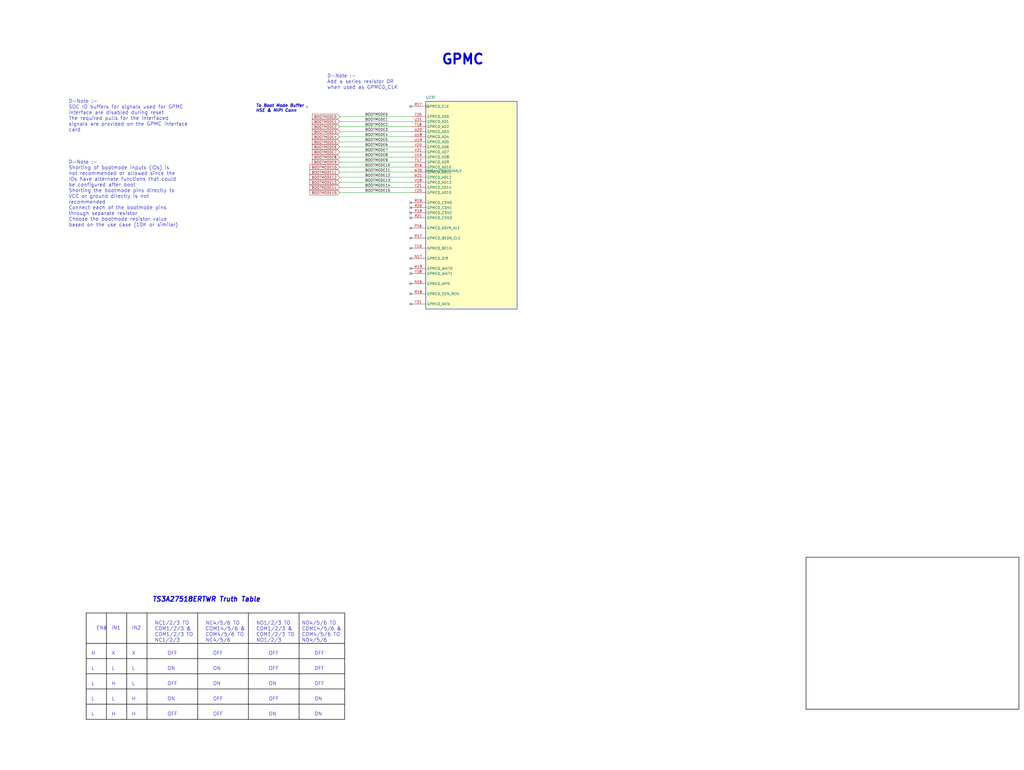
<source format=kicad_sch>
(kicad_sch (version 20231120) (generator "eeschema") (generator_version "8.0")
  (paper "User" 513.08 386.08)
  (lib_symbols
    (symbol "28-altium-import:root_0_XAM6442BSFGGAALV_BGA441"
      (property "Reference" "U23" (at 0 1.27 0))
      (property "Value" "AM6442BSFGHAALV" (at 0 -35.56 0))
      (symbol "root_0_XAM6442BSFGGAALV_BGA441_1_0"
        (rectangle (start 58.42 0) (end 0 -71.12) (stroke (width 0.254) (color 0 11 255 1)) (fill (type background)))
        (pin passive line (at -7.62 -20.32 0) (length 7.62) (name "SPI0_D0") (number "A13"))
        (pin passive line (at -7.62 -22.86 0) (length 7.62) (name "SPI0_D1") (number "A14"))
        (pin passive line (at -7.62 -38.1 0) (length 7.62) (name "SPI1_D1") (number "A15"))
        (pin passive line (at 66.04 -22.86 180) (length 7.62) (name "UART0_RTSN") (number "A16"))
        (pin passive line (at 66.04 -5.08 180) (length 7.62) (name "MCAN0_TX") (number "A17"))
        (pin passive clock (at -7.62 -2.54 0) (length 7.62) (name "I2C0_SCL") (number "A18"))
        (pin passive line (at 66.04 -58.42 180) (length 7.62) (name "EXT_REFCLK1") (number "A19"))
        (pin passive line (at -7.62 -40.64 0) (length 7.62) (name "SPI1_CS0") (number "B14"))
        (pin passive line (at -7.62 -35.56 0) (length 7.62) (name "SPI1_D0") (number "B15"))
        (pin passive line (at 66.04 -17.78 180) (length 7.62) (name "UART0_CTSN") (number "B16"))
        (pin passive line (at 66.04 -2.54 180) (length 7.62) (name "MCAN0_RX") (number "B17"))
        (pin passive line (at -7.62 -5.08 0) (length 7.62) (name "I2C0_SDA") (number "B18"))
        (pin passive line (at -7.62 -12.7 0) (length 7.62) (name "I2C1_SDA") (number "B19"))
        (pin passive line (at -7.62 -27.94 0) (length 7.62) (name "SPI0_CS1") (number "C13"))
        (pin passive clock (at -7.62 -33.02 0) (length 7.62) (name "SPI1_CLK") (number "C14"))
        (pin passive line (at 66.04 -30.48 180) (length 7.62) (name "UART0_TXD") (number "C16"))
        (pin passive line (at 66.04 -12.7 180) (length 7.62) (name "MCAN1_TX") (number "C17"))
        (pin passive clock (at -7.62 -10.16 0) (length 7.62) (name "I2C1_SCL") (number "C18"))
        (pin passive line (at -7.62 -25.4 0) (length 7.62) (name "SPI0_CS0") (number "D12"))
        (pin passive clock (at -7.62 -17.78 0) (length 7.62) (name "SPI0_CLK") (number "D13"))
        (pin passive line (at -7.62 -43.18 0) (length 7.62) (name "SPI1_CS1") (number "D14"))
        (pin passive line (at 66.04 -27.94 180) (length 7.62) (name "UART0_RXD") (number "D15"))
        (pin passive line (at 66.04 -35.56 180) (length 7.62) (name "UART1_CTSN") (number "D16"))
        (pin passive line (at 66.04 -10.16 180) (length 7.62) (name "MCAN1_RX") (number "D17"))
        (pin passive line (at 66.04 -53.34 180) (length 7.62) (name "ECAP0_IN_APWM_OUT") (number "D18"))
        (pin passive line (at -7.62 -50.8 0) (length 7.62) (name "RSVD1") (number "D21"))
        (pin passive line (at 66.04 -48.26 180) (length 7.62) (name "UART1_TXD") (number "E14"))
        (pin passive line (at 66.04 -45.72 180) (length 7.62) (name "UART1_RXD") (number "E15"))
        (pin passive line (at 66.04 -40.64 180) (length 7.62) (name "UART1_RTSN") (number "E16"))
        (pin passive line (at -7.62 -68.58 0) (length 7.62) (name "RSVD8") (number "F12"))
        (pin passive line (at -7.62 -55.88 0) (length 7.62) (name "RSVD3") (number "F17"))
        (pin passive line (at -7.62 -53.34 0) (length 7.62) (name "RSVD2") (number "G13"))
        (pin passive line (at -7.62 -48.26 0) (length 7.62) (name "RSVD0") (number "H16"))
        (pin passive line (at -7.62 -66.04 0) (length 7.62) (name "RSVD7") (number "K1"))
        (pin passive line (at -7.62 -63.5 0) (length 7.62) (name "RSVD6") (number "K2"))
        (pin passive line (at -7.62 -60.96 0) (length 7.62) (name "RSVD5") (number "V16"))
        (pin passive line (at -7.62 -58.42 0) (length 7.62) (name "RSVD4") (number "W15"))
      )
      (symbol "root_0_XAM6442BSFGGAALV_BGA441_2_0"
        (rectangle (start 20.32 0) (end 0 -22.86) (stroke (width 0.254) (color 0 11 255 1)) (fill (type background)))
        (pin output line (at -7.62 -15.24 0) (length 7.62) (name "TDO") (number "A12"))
        (pin input clock (at -7.62 -10.16 0) (length 7.62) (name "TCK") (number "B11"))
        (pin input line (at -7.62 -12.7 0) (length 7.62) (name "TDI") (number "C11"))
        (pin passive line (at -7.62 -17.78 0) (length 7.62) (name "TMS") (number "C12"))
        (pin passive line (at -7.62 -2.54 0) (length 7.62) (name "EMU0") (number "D10"))
        (pin passive line (at -7.62 -20.32 0) (length 7.62) (name "TRSTN") (number "D11"))
        (pin passive line (at -7.62 -5.08 0) (length 7.62) (name "EMU1") (number "E10"))
      )
      (symbol "root_0_XAM6442BSFGGAALV_BGA441_3_0"
        (rectangle (start 40.64 0) (end 0 -40.64) (stroke (width 0.254) (color 0 11 255 1)) (fill (type background)))
        (pin passive line (at -7.62 -7.62 0) (length 7.62) (name "MCU_SAFETY_ERRORN") (number "A20"))
        (pin passive line (at -7.62 -22.86 0) (length 7.62) (name "MCU_RESETZ") (number "B12"))
        (pin passive line (at -7.62 -27.94 0) (length 7.62) (name "MCU_RESETSTATZ") (number "B13"))
        (pin passive line (at -7.62 -12.7 0) (length 7.62) (name "MCU_PORZ") (number "B21"))
        (pin passive line (at -7.62 -2.54 0) (length 7.62) (name "EXTINTN") (number "C19"))
        (pin passive line (at -7.62 -17.78 0) (length 7.62) (name "PORZ_OUT") (number "E17"))
        (pin passive line (at -7.62 -33.02 0) (length 7.62) (name "RESET_REQZ") (number "E18"))
        (pin passive line (at -7.62 -38.1 0) (length 7.62) (name "RESETSTATZ") (number "F16"))
      )
      (symbol "root_0_XAM6442BSFGGAALV_BGA441_4_0"
        (rectangle (start 27.94 0) (end 0 -27.94) (stroke (width 0.254) (color 0 11 255 1)) (fill (type background)))
        (pin passive line (at -7.62 -2.54 0) (length 7.62) (name "USB0_DP") (number "AA19"))
        (pin passive line (at -7.62 -5.08 0) (length 7.62) (name "USB0_DM") (number "AA20"))
        (pin passive line (at -7.62 -25.4 0) (length 7.62) (name "USB0_DRVVBUS") (number "E19"))
        (pin passive line (at -7.62 -20.32 0) (length 7.62) (name "USB0_VBUS") (number "T14"))
        (pin passive line (at -7.62 -10.16 0) (length 7.62) (name "USB0_ID") (number "U16"))
        (pin passive line (at -7.62 -15.24 0) (length 7.62) (name "USB0_RCALIB") (number "U17"))
      )
      (symbol "root_0_XAM6442BSFGGAALV_BGA441_5_0"
        (rectangle (start 25.4 0) (end 0 -22.86) (stroke (width 0.254) (color 0 11 255 1)) (fill (type background)))
        (pin passive line (at -7.62 -10.16 0) (length 7.62) (name "ADC0_AIN3") (number "D20"))
        (pin passive line (at -7.62 -20.32 0) (length 7.62) (name "ADC0_AIN7") (number "E20"))
        (pin passive line (at -7.62 -7.62 0) (length 7.62) (name "ADC0_AIN2") (number "E21"))
        (pin passive line (at -7.62 -17.78 0) (length 7.62) (name "ADC0_AIN6") (number "F19"))
        (pin passive line (at -7.62 -5.08 0) (length 7.62) (name "ADC0_AIN1") (number "F20"))
        (pin passive line (at -7.62 -15.24 0) (length 7.62) (name "ADC0_AIN5") (number "F21"))
        (pin passive line (at -7.62 -2.54 0) (length 7.62) (name "ADC0_AIN0") (number "G20"))
        (pin passive line (at -7.62 -12.7 0) (length 7.62) (name "ADC0_AIN4") (number "G21"))
      )
      (symbol "root_0_XAM6442BSFGGAALV_BGA441_6_0"
        (rectangle (start 45.72 0) (end 0 -104.14) (stroke (width 0.254) (color 0 11 255 1)) (fill (type background)))
        (pin passive line (at -7.62 -91.44 0) (length 7.62) (name "GPMC0_WPN") (number "N16"))
        (pin passive line (at -7.62 -78.74 0) (length 7.62) (name "GPMC0_DIR") (number "N17"))
        (pin passive line (at -7.62 -63.5 0) (length 7.62) (name "GPMC0_ADVN_ALE") (number "P16"))
        (pin passive line (at -7.62 -68.58 0) (length 7.62) (name "GPMC0_BE0N_CLE") (number "P17"))
        (pin passive line (at -7.62 -55.88 0) (length 7.62) (name "GPMC0_CSN2") (number "P19"))
        (pin passive line (at -7.62 -33.02 0) (length 7.62) (name "GPMC0_AD10") (number "R16"))
        (pin passive clock (at -7.62 -2.54 0) (length 7.62) (name "GPMC0_CLK") (number "R17"))
        (pin passive line (at -7.62 -96.52 0) (length 7.62) (name "GPMC0_OEN_REN") (number "R18"))
        (pin passive line (at -7.62 -50.8 0) (length 7.62) (name "GPMC0_CSN0") (number "R19"))
        (pin passive line (at -7.62 -53.34 0) (length 7.62) (name "GPMC0_CSN1") (number "R20"))
        (pin passive line (at -7.62 -58.42 0) (length 7.62) (name "GPMC0_CSN3") (number "R21"))
        (pin passive line (at -7.62 -30.48 0) (length 7.62) (name "GPMC0_AD9") (number "T17"))
        (pin passive line (at -7.62 -12.7 0) (length 7.62) (name "GPMC0_AD2") (number "T18"))
        (pin passive line (at -7.62 -73.66 0) (length 7.62) (name "GPMC0_BE1N") (number "T19"))
        (pin passive line (at -7.62 -7.62 0) (length 7.62) (name "GPMC0_AD0") (number "T20"))
        (pin passive line (at -7.62 -101.6 0) (length 7.62) (name "GPMC0_WEN") (number "T21"))
        (pin passive line (at -7.62 -17.78 0) (length 7.62) (name "GPMC0_AD4") (number "U18"))
        (pin passive line (at -7.62 -20.32 0) (length 7.62) (name "GPMC0_AD5") (number "U19"))
        (pin passive line (at -7.62 -15.24 0) (length 7.62) (name "GPMC0_AD3") (number "U20"))
        (pin passive line (at -7.62 -10.16 0) (length 7.62) (name "GPMC0_AD1") (number "U21"))
        (pin passive line (at -7.62 -40.64 0) (length 7.62) (name "GPMC0_AD13") (number "V18"))
        (pin passive line (at -7.62 -27.94 0) (length 7.62) (name "GPMC0_AD8") (number "V19"))
        (pin passive line (at -7.62 -22.86 0) (length 7.62) (name "GPMC0_AD6") (number "V20"))
        (pin passive line (at -7.62 -25.4 0) (length 7.62) (name "GPMC0_AD7") (number "V21"))
        (pin passive line (at -7.62 -83.82 0) (length 7.62) (name "GPMC0_WAIT0") (number "W19"))
        (pin passive line (at -7.62 -35.56 0) (length 7.62) (name "GPMC0_AD11") (number "W20"))
        (pin passive line (at -7.62 -38.1 0) (length 7.62) (name "GPMC0_AD12") (number "W21"))
        (pin passive line (at -7.62 -86.36 0) (length 7.62) (name "GPMC0_WAIT1") (number "Y18"))
        (pin passive line (at -7.62 -45.72 0) (length 7.62) (name "GPMC0_AD15") (number "Y20"))
        (pin passive line (at -7.62 -43.18 0) (length 7.62) (name "GPMC0_AD14") (number "Y21"))
      )
      (symbol "root_0_XAM6442BSFGGAALV_BGA441_7_0"
        (rectangle (start 53.34 0) (end 0 -132.08) (stroke (width 0.254) (color 0 11 255 1)) (fill (type background)))
        (pin passive line (at 60.96 -12.7 180) (length 7.62) (name "DDR0_DQ1") (number "A2"))
        (pin passive line (at 60.96 -10.16 180) (length 7.62) (name "DDR0_DQ0") (number "A3"))
        (pin passive line (at 60.96 -17.78 180) (length 7.62) (name "DDR0_DQ3") (number "A4"))
        (pin passive line (at 60.96 -55.88 180) (length 7.62) (name "DDR0_DQS0_N") (number "B1"))
        (pin passive line (at 60.96 -2.54 180) (length 7.62) (name "DDR0_DM0") (number "B2"))
        (pin passive line (at 60.96 -20.32 180) (length 7.62) (name "DDR0_DQ4") (number "B3"))
        (pin passive line (at 60.96 -27.94 180) (length 7.62) (name "DDR0_DQ7") (number "B4"))
        (pin passive line (at 60.96 -15.24 180) (length 7.62) (name "DDR0_DQ2") (number "B5"))
        (pin passive line (at 60.96 -53.34 180) (length 7.62) (name "DDR0_DQS0") (number "C1"))
        (pin passive line (at 60.96 -25.4 180) (length 7.62) (name "DDR0_DQ6") (number "C2"))
        (pin passive line (at 60.96 -22.86 180) (length 7.62) (name "DDR0_DQ5") (number "C4"))
        (pin passive line (at -7.62 -5.08 0) (length 7.62) (name "DDR0_A1") (number "C5"))
        (pin passive line (at -7.62 -2.54 0) (length 7.62) (name "DDR0_A0") (number "D2"))
        (pin passive line (at -7.62 -12.7 0) (length 7.62) (name "DDR0_A4") (number "D3"))
        (pin passive line (at -7.62 -10.16 0) (length 7.62) (name "DDR0_A3") (number "D4"))
        (pin passive line (at -7.62 -124.46 0) (length 7.62) (name "DDR0_RESET0_N") (number "D5"))
        (pin passive line (at -7.62 -66.04 0) (length 7.62) (name "DDR0_CK0_N") (number "E1"))
        (pin passive line (at -7.62 -7.62 0) (length 7.62) (name "DDR0_A2") (number "E2"))
        (pin passive line (at -7.62 -78.74 0) (length 7.62) (name "DDR0_CS0_N") (number "E3"))
        (pin passive line (at -7.62 -81.28 0) (length 7.62) (name "DDR0_CS1_N") (number "E4"))
        (pin passive line (at -7.62 -86.36 0) (length 7.62) (name "DDR0_ODT0") (number "E5"))
        (pin passive line (at -7.62 -63.5 0) (length 7.62) (name "DDR0_CK0") (number "F1"))
        (pin passive line (at -7.62 -15.24 0) (length 7.62) (name "DDR0_A5") (number "F2"))
        (pin passive line (at -7.62 -73.66 0) (length 7.62) (name "DDR0_CKE1") (number "F3"))
        (pin passive line (at -7.62 -71.12 0) (length 7.62) (name "DDR0_CKE0") (number "F4"))
        (pin passive line (at -7.62 -88.9 0) (length 7.62) (name "DDR0_ODT1") (number "F5"))
        (pin passive line (at -7.62 -119.38 0) (length 7.62) (name "DDR0_RAS_N") (number "F6"))
        (pin passive line (at -7.62 -48.26 0) (length 7.62) (name "DDR0_BG0") (number "G2"))
        (pin passive line (at -7.62 -40.64 0) (length 7.62) (name "DDR0_BA0") (number "G4"))
        (pin passive line (at -7.62 -43.18 0) (length 7.62) (name "DDR0_BA1") (number "G5"))
        (pin passive line (at -7.62 -99.06 0) (length 7.62) (name "DDR0_ALERT_N") (number "H1"))
        (pin passive line (at -7.62 -93.98 0) (length 7.62) (name "DDR0_ACT_N") (number "H2"))
        (pin passive line (at -7.62 -50.8 0) (length 7.62) (name "DDR0_BG1") (number "H3"))
        (pin passive line (at -7.62 -129.54 0) (length 7.62) (name "DDR0_WE_N") (number "H4"))
        (pin passive line (at -7.62 -104.14 0) (length 7.62) (name "DDR0_CAL0") (number "H5"))
        (pin passive line (at -7.62 -30.48 0) (length 7.62) (name "DDR0_A11") (number "J1"))
        (pin passive line (at -7.62 -17.78 0) (length 7.62) (name "DDR0_A6") (number "J2"))
        (pin passive line (at -7.62 -22.86 0) (length 7.62) (name "DDR0_A8") (number "J3"))
        (pin passive line (at -7.62 -25.4 0) (length 7.62) (name "DDR0_A9") (number "J4"))
        (pin passive line (at -7.62 -109.22 0) (length 7.62) (name "DDR0_CAS_N") (number "J5"))
        (pin passive line (at -7.62 -27.94 0) (length 7.62) (name "DDR0_A10") (number "K3"))
        (pin passive line (at -7.62 -35.56 0) (length 7.62) (name "DDR0_A13") (number "K4"))
        (pin passive line (at -7.62 -114.3 0) (length 7.62) (name "DDR0_PAR") (number "K5"))
        (pin passive line (at 60.96 -35.56 180) (length 7.62) (name "DDR0_DQ10") (number "L2"))
        (pin passive line (at 60.96 -33.02 180) (length 7.62) (name "DDR0_DQ9") (number "L4"))
        (pin passive line (at -7.62 -20.32 0) (length 7.62) (name "DDR0_A7") (number "L5"))
        (pin passive line (at 60.96 -63.5 180) (length 7.62) (name "DDR0_DQS1_N") (number "M1"))
        (pin passive line (at 60.96 -5.08 180) (length 7.62) (name "DDR0_DM1") (number "M2"))
        (pin passive line (at 60.96 -38.1 180) (length 7.62) (name "DDR0_DQ11") (number "M3"))
        (pin passive line (at 60.96 -45.72 180) (length 7.62) (name "DDR0_DQ14") (number "M4"))
        (pin passive line (at -7.62 -33.02 0) (length 7.62) (name "DDR0_A12") (number "M5"))
        (pin passive line (at 60.96 -60.96 180) (length 7.62) (name "DDR0_DQS1") (number "N1"))
        (pin passive line (at 60.96 -48.26 180) (length 7.62) (name "DDR0_DQ15") (number "N2"))
        (pin passive line (at 60.96 -43.18 180) (length 7.62) (name "DDR0_DQ13") (number "N3"))
        (pin passive line (at 60.96 -40.64 180) (length 7.62) (name "DDR0_DQ12") (number "N4"))
        (pin passive line (at 60.96 -30.48 180) (length 7.62) (name "DDR0_DQ8") (number "N5"))
      )
      (symbol "root_0_XAM6442BSFGGAALV_BGA441_8_0"
        (rectangle (start 45.72 0) (end 0 -83.82) (stroke (width 0.254) (color 0 11 255 1)) (fill (type background)))
        (pin passive line (at -7.62 -5.08 0) (length 7.62) (name "MCU_I2C0_SDA") (number "A10"))
        (pin passive clock (at -7.62 -10.16 0) (length 7.62) (name "MCU_I2C1_SCL") (number "A11"))
        (pin passive line (at -7.62 -48.26 0) (length 7.62) (name "MCU_SPI1_CS0") (number "A7"))
        (pin passive line (at -7.62 -58.42 0) (length 7.62) (name "MCU_UART0_TXD") (number "A8"))
        (pin passive line (at -7.62 -55.88 0) (length 7.62) (name "MCU_UART0_RXD") (number "A9"))
        (pin passive line (at -7.62 -12.7 0) (length 7.62) (name "MCU_I2C1_SDA") (number "B10"))
        (pin passive line (at -7.62 -20.32 0) (length 7.62) (name "MCU_OSC0_XO") (number "B20"))
        (pin passive line (at -7.62 -30.48 0) (length 7.62) (name "MCU_SPI0_D1") (number "B6"))
        (pin passive line (at -7.62 -50.8 0) (length 7.62) (name "MCU_SPI1_CS1") (number "B7"))
        (pin passive line (at -7.62 -78.74 0) (length 7.62) (name "MCU_UART1_CTSN") (number "B8"))
        (pin passive line (at -7.62 -81.28 0) (length 7.62) (name "MCU_UART1_RTSN") (number "B9"))
        (pin passive line (at -7.62 -17.78 0) (length 7.62) (name "MCU_OSC0_XI") (number "C21"))
        (pin passive line (at -7.62 -35.56 0) (length 7.62) (name "MCU_SPI0_CS1") (number "C6"))
        (pin passive line (at -7.62 -43.18 0) (length 7.62) (name "MCU_SPI1_D0") (number "C7"))
        (pin passive line (at -7.62 -45.72 0) (length 7.62) (name "MCU_SPI1_D1") (number "C8"))
        (pin passive line (at -7.62 -63.5 0) (length 7.62) (name "MCU_UART1_RXD") (number "C9"))
        (pin passive line (at -7.62 -33.02 0) (length 7.62) (name "MCU_SPI0_CS0") (number "D6"))
        (pin passive clock (at -7.62 -40.64 0) (length 7.62) (name "MCU_SPI1_CLK") (number "D7"))
        (pin passive line (at -7.62 -71.12 0) (length 7.62) (name "MCU_UART0_CTSN") (number "D8"))
        (pin passive line (at -7.62 -66.04 0) (length 7.62) (name "MCU_UART1_TXD") (number "D9"))
        (pin passive clock (at -7.62 -25.4 0) (length 7.62) (name "MCU_SPI0_CLK") (number "E6"))
        (pin passive line (at -7.62 -27.94 0) (length 7.62) (name "MCU_SPI0_D0") (number "E7"))
        (pin passive line (at -7.62 -73.66 0) (length 7.62) (name "MCU_UART0_RTSN") (number "E8"))
        (pin passive clock (at -7.62 -2.54 0) (length 7.62) (name "MCU_I2C0_SCL") (number "E9"))
      )
      (symbol "root_0_XAM6442BSFGGAALV_BGA441_9_0"
        (rectangle (start 35.56 0) (end 0 -76.2) (stroke (width 0.254) (color 0 11 255 1)) (fill (type background)))
        (pin passive line (at -7.62 -73.66 0) (length 7.62) (name "MMC1_SDWP") (number "C20"))
        (pin passive line (at -7.62 -68.58 0) (length 7.62) (name "MMC1_SDCD") (number "D19"))
        (pin passive line (at -7.62 -40.64 0) (length 7.62) (name "MMC0_CALPAD") (number "F18"))
        (pin passive line (at -7.62 -25.4 0) (length 7.62) (name "MMC0_DAT7") (number "G17"))
        (pin passive clock (at -7.62 -2.54 0) (length 7.62) (name "MMC0_CLK") (number "G18"))
        (pin passive line (at -7.62 -35.56 0) (length 7.62) (name "MMC0_DS") (number "G19"))
        (pin passive line (at -7.62 -17.78 0) (length 7.62) (name "MMC0_DAT4") (number "H17"))
        (pin passive line (at -7.62 -22.86 0) (length 7.62) (name "MMC0_DAT6") (number "H18"))
        (pin passive line (at -7.62 -20.32 0) (length 7.62) (name "MMC0_DAT5") (number "H19"))
        (pin passive line (at -7.62 -15.24 0) (length 7.62) (name "MMC0_DAT3") (number "J17"))
        (pin passive line (at -7.62 -12.7 0) (length 7.62) (name "MMC0_DAT2") (number "J18"))
        (pin passive line (at -7.62 -63.5 0) (length 7.62) (name "MMC1_CMD") (number "J19"))
        (pin passive line (at -7.62 -10.16 0) (length 7.62) (name "MMC0_DAT1") (number "J20"))
        (pin passive line (at -7.62 -30.48 0) (length 7.62) (name "MMC0_CMD") (number "J21"))
        (pin passive line (at -7.62 -58.42 0) (length 7.62) (name "MMC1_DAT3") (number "K18"))
        (pin passive line (at -7.62 -55.88 0) (length 7.62) (name "MMC1_DAT2") (number "K19"))
        (pin passive line (at -7.62 -7.62 0) (length 7.62) (name "MMC0_DAT0") (number "K20"))
        (pin passive line (at -7.62 -50.8 0) (length 7.62) (name "MMC1_DAT0") (number "K21"))
        (pin passive clock (at -7.62 -45.72 0) (length 7.62) (name "MMC1_CLK") (number "L20"))
        (pin passive line (at -7.62 -53.34 0) (length 7.62) (name "MMC1_DAT1") (number "L21"))
      )
      (symbol "root_0_XAM6442BSFGGAALV_BGA441_10_0"
        (rectangle (start 35.56 0) (end 0 -50.8) (stroke (width 0.254) (color 0 11 255 1)) (fill (type background)))
        (pin passive line (at -7.62 -40.64 0) (length 7.62) (name "OSPI0_CSN2") (number "K17"))
        (pin passive line (at -7.62 -43.18 0) (length 7.62) (name "OSPI0_CSN3") (number "L17"))
        (pin passive line (at -7.62 -38.1 0) (length 7.62) (name "OSPI0_CSN1") (number "L18"))
        (pin passive line (at -7.62 -35.56 0) (length 7.62) (name "OSPI0_CSN0") (number "L19"))
        (pin passive line (at -7.62 -25.4 0) (length 7.62) (name "OSPI0_D7") (number "M17"))
        (pin passive line (at -7.62 -10.16 0) (length 7.62) (name "OSPI0_D1") (number "M18"))
        (pin passive line (at -7.62 -7.62 0) (length 7.62) (name "OSPI0_D0") (number "M19"))
        (pin passive line (at -7.62 -12.7 0) (length 7.62) (name "OSPI0_D2") (number "M20"))
        (pin passive line (at -7.62 -15.24 0) (length 7.62) (name "OSPI0_D3") (number "M21"))
        (pin passive line (at -7.62 -22.86 0) (length 7.62) (name "OSPI0_D6") (number "N18"))
        (pin passive line (at -7.62 -30.48 0) (length 7.62) (name "OSPI0_DQS") (number "N19"))
        (pin passive line (at -7.62 -2.54 0) (length 7.62) (name "OSPI0_CLK") (number "N20"))
        (pin passive line (at -7.62 -48.26 0) (length 7.62) (name "OSPI0_LBCLKO") (number "N21"))
        (pin passive line (at -7.62 -20.32 0) (length 7.62) (name "OSPI0_D5") (number "P20"))
        (pin passive line (at -7.62 -17.78 0) (length 7.62) (name "OSPI0_D4") (number "P21"))
      )
      (symbol "root_0_XAM6442BSFGGAALV_BGA441_11_0"
        (rectangle (start 55.88 0) (end 0 -119.38) (stroke (width 0.254) (color 0 11 255 1)) (fill (type background)))
        (pin passive line (at -7.62 -22.86 0) (length 7.62) (name "PRG0_PRU0_GPO4") (number "AA2"))
        (pin passive line (at -7.62 -43.18 0) (length 7.62) (name "PRG0_PRU0_GPO12") (number "AA3"))
        (pin passive line (at -7.62 -106.68 0) (length 7.62) (name "PRG0_PRU1_GPO16") (number "AA4"))
        (pin passive line (at -7.62 -38.1 0) (length 7.62) (name "PRG0_PRU0_GPO10") (number "AA5"))
        (pin passive line (at -7.62 -7.62 0) (length 7.62) (name "PRG0_MDIO0_MDIO") (number "P2"))
        (pin passive line (at -7.62 -2.54 0) (length 7.62) (name "PRG0_MDIO0_MDC") (number "P3"))
        (pin passive line (at -7.62 -78.74 0) (length 7.62) (name "PRG0_PRU1_GPO5") (number "P4"))
        (pin passive line (at -7.62 -111.76 0) (length 7.62) (name "PRG0_PRU1_GPO18") (number "P5"))
        (pin passive line (at -7.62 -86.36 0) (length 7.62) (name "PRG0_PRU1_GPO8") (number "R1"))
        (pin passive line (at -7.62 -114.3 0) (length 7.62) (name "PRG0_PRU1_GPO19") (number "R2"))
        (pin passive line (at -7.62 -25.4 0) (length 7.62) (name "PRG0_PRU0_GPO5") (number "R3"))
        (pin passive line (at -7.62 -15.24 0) (length 7.62) (name "PRG0_PRU0_GPO1") (number "R4"))
        (pin passive line (at -7.62 -81.28 0) (length 7.62) (name "PRG0_PRU1_GPO6") (number "R5"))
        (pin passive line (at -7.62 -45.72 0) (length 7.62) (name "PRG0_PRU0_GPO13") (number "R6"))
        (pin passive line (at -7.62 -30.48 0) (length 7.62) (name "PRG0_PRU0_GPO7") (number "T1"))
        (pin passive line (at -7.62 -33.02 0) (length 7.62) (name "PRG0_PRU0_GPO8") (number "T2"))
        (pin passive line (at -7.62 -27.94 0) (length 7.62) (name "PRG0_PRU0_GPO6") (number "T3"))
        (pin passive line (at -7.62 -73.66 0) (length 7.62) (name "PRG0_PRU1_GPO3") (number "T4"))
        (pin passive line (at -7.62 -50.8 0) (length 7.62) (name "PRG0_PRU0_GPO15") (number "T5"))
        (pin passive line (at -7.62 -99.06 0) (length 7.62) (name "PRG0_PRU1_GPO13") (number "T6"))
        (pin passive line (at -7.62 -55.88 0) (length 7.62) (name "PRG0_PRU0_GPO17") (number "U1"))
        (pin passive line (at -7.62 -17.78 0) (length 7.62) (name "PRG0_PRU0_GPO2") (number "U2"))
        (pin passive line (at -7.62 -53.34 0) (length 7.62) (name "PRG0_PRU0_GPO16") (number "U4"))
        (pin passive line (at -7.62 -104.14 0) (length 7.62) (name "PRG0_PRU1_GPO15") (number "U5"))
        (pin passive line (at -7.62 -101.6 0) (length 7.62) (name "PRG0_PRU1_GPO14") (number "U6"))
        (pin passive line (at -7.62 -58.42 0) (length 7.62) (name "PRG0_PRU0_GPO18") (number "V1"))
        (pin passive line (at -7.62 -20.32 0) (length 7.62) (name "PRG0_PRU0_GPO3") (number "V2"))
        (pin passive line (at -7.62 -71.12 0) (length 7.62) (name "PRG0_PRU1_GPO2") (number "V3"))
        (pin passive line (at -7.62 -48.26 0) (length 7.62) (name "PRG0_PRU0_GPO14") (number "V4"))
        (pin passive line (at -7.62 -109.22 0) (length 7.62) (name "PRG0_PRU1_GPO17") (number "V5"))
        (pin passive line (at -7.62 -91.44 0) (length 7.62) (name "PRG0_PRU1_GPO10") (number "V6"))
        (pin passive line (at -7.62 -60.96 0) (length 7.62) (name "PRG0_PRU0_GPO19") (number "W1"))
        (pin passive line (at -7.62 -68.58 0) (length 7.62) (name "PRG0_PRU1_GPO1") (number "W2"))
        (pin passive line (at -7.62 -76.2 0) (length 7.62) (name "PRG0_PRU1_GPO4") (number "W3"))
        (pin passive line (at -7.62 -93.98 0) (length 7.62) (name "PRG0_PRU1_GPO11") (number "W4"))
        (pin passive line (at -7.62 -83.82 0) (length 7.62) (name "PRG0_PRU1_GPO7") (number "W5"))
        (pin passive line (at -7.62 -35.56 0) (length 7.62) (name "PRG0_PRU0_GPO9") (number "W6"))
        (pin passive line (at -7.62 -12.7 0) (length 7.62) (name "PRG0_PRU0_GPO0") (number "Y1"))
        (pin passive line (at -7.62 -66.04 0) (length 7.62) (name "PRG0_PRU1_GPO0") (number "Y2"))
        (pin passive line (at -7.62 -40.64 0) (length 7.62) (name "PRG0_PRU0_GPO11") (number "Y3"))
        (pin passive line (at -7.62 -96.52 0) (length 7.62) (name "PRG0_PRU1_GPO12") (number "Y4"))
        (pin passive line (at -7.62 -88.9 0) (length 7.62) (name "PRG0_PRU1_GPO9") (number "Y5"))
      )
      (symbol "root_0_XAM6442BSFGGAALV_BGA441_12_0"
        (rectangle (start 58.42 0) (end 0 -121.92) (stroke (width 0.254) (color 0 11 255 1)) (fill (type background)))
        (pin passive line (at -7.62 -96.52 0) (length 7.62) (name "PRG1_PRU1_GPO11") (number "AA10"))
        (pin passive line (at -7.62 -104.14 0) (length 7.62) (name "PRG1_PRU1_GPO14") (number "AA11"))
        (pin passive line (at -7.62 -73.66 0) (length 7.62) (name "PRG1_PRU1_GPO2") (number "AA12"))
        (pin passive line (at -7.62 -81.28 0) (length 7.62) (name "PRG1_PRU1_GPO5") (number "AA13"))
        (pin passive line (at -7.62 -111.76 0) (length 7.62) (name "PRG1_PRU1_GPO17") (number "AA14"))
        (pin passive line (at -7.62 -10.16 0) (length 7.62) (name "PRG1_MDIO0_MDIO") (number "AA6"))
        (pin passive line (at -7.62 -30.48 0) (length 7.62) (name "PRG1_PRU0_GPO6") (number "AA7"))
        (pin passive line (at -7.62 -43.18 0) (length 7.62) (name "PRG1_PRU0_GPO11") (number "AA8"))
        (pin passive line (at -7.62 -50.8 0) (length 7.62) (name "PRG1_PRU0_GPO14") (number "AA9"))
        (pin passive line (at -7.62 -101.6 0) (length 7.62) (name "PRG1_PRU1_GPO13") (number "U10"))
        (pin passive line (at -7.62 -83.82 0) (length 7.62) (name "PRG1_PRU1_GPO6") (number "U11"))
        (pin passive line (at -7.62 -88.9 0) (length 7.62) (name "PRG1_PRU1_GPO8") (number "U12"))
        (pin passive line (at -7.62 -33.02 0) (length 7.62) (name "PRG1_PRU0_GPO7") (number "U13"))
        (pin passive line (at -7.62 -40.64 0) (length 7.62) (name "PRG1_PRU0_GPO10") (number "U14"))
        (pin passive line (at -7.62 -38.1 0) (length 7.62) (name "PRG1_PRU0_GPO9") (number "U15"))
        (pin passive line (at -7.62 -58.42 0) (length 7.62) (name "PRG1_PRU0_GPO17") (number "U7"))
        (pin passive line (at -7.62 -17.78 0) (length 7.62) (name "PRG1_PRU0_GPO1") (number "U8"))
        (pin passive line (at -7.62 -45.72 0) (length 7.62) (name "PRG1_PRU0_GPO12") (number "U9"))
        (pin passive line (at -7.62 -99.06 0) (length 7.62) (name "PRG1_PRU1_GPO12") (number "V10"))
        (pin passive line (at -7.62 -71.12 0) (length 7.62) (name "PRG1_PRU1_GPO1") (number "V11"))
        (pin passive line (at -7.62 -116.84 0) (length 7.62) (name "PRG1_PRU1_GPO19") (number "V12"))
        (pin passive line (at -7.62 -27.94 0) (length 7.62) (name "PRG1_PRU0_GPO5") (number "V13"))
        (pin passive line (at -7.62 -91.44 0) (length 7.62) (name "PRG1_PRU1_GPO9") (number "V14"))
        (pin passive line (at -7.62 -86.36 0) (length 7.62) (name "PRG1_PRU1_GPO7") (number "V15"))
        (pin passive line (at -7.62 -60.96 0) (length 7.62) (name "PRG1_PRU0_GPO18") (number "V7"))
        (pin passive line (at -7.62 -22.86 0) (length 7.62) (name "PRG1_PRU0_GPO3") (number "V8"))
        (pin passive line (at -7.62 -55.88 0) (length 7.62) (name "PRG1_PRU0_GPO16") (number "V9"))
        (pin passive line (at -7.62 -68.58 0) (length 7.62) (name "PRG1_PRU1_GPO0") (number "W11"))
        (pin passive line (at -7.62 -78.74 0) (length 7.62) (name "PRG1_PRU1_GPO4") (number "W12"))
        (pin passive line (at -7.62 -35.56 0) (length 7.62) (name "PRG1_PRU0_GPO8") (number "W13"))
        (pin passive line (at -7.62 -93.98 0) (length 7.62) (name "PRG1_PRU1_GPO10") (number "W14"))
        (pin passive line (at -7.62 -63.5 0) (length 7.62) (name "PRG1_PRU0_GPO19") (number "W7"))
        (pin passive line (at -7.62 -20.32 0) (length 7.62) (name "PRG1_PRU0_GPO2") (number "W8"))
        (pin passive line (at -7.62 -48.26 0) (length 7.62) (name "PRG1_PRU0_GPO13") (number "W9"))
        (pin passive line (at -7.62 -109.22 0) (length 7.62) (name "PRG1_PRU1_GPO16") (number "Y10"))
        (pin passive line (at -7.62 -106.68 0) (length 7.62) (name "PRG1_PRU1_GPO15") (number "Y11"))
        (pin passive line (at -7.62 -76.2 0) (length 7.62) (name "PRG1_PRU1_GPO3") (number "Y12"))
        (pin passive line (at -7.62 -114.3 0) (length 7.62) (name "PRG1_PRU1_GPO18") (number "Y13"))
        (pin passive line (at -7.62 -2.54 0) (length 7.62) (name "PRG1_MDIO0_MDC") (number "Y6"))
        (pin passive line (at -7.62 -15.24 0) (length 7.62) (name "PRG1_PRU0_GPO0") (number "Y7"))
        (pin passive line (at -7.62 -25.4 0) (length 7.62) (name "PRG1_PRU0_GPO4") (number "Y8"))
        (pin passive line (at -7.62 -53.34 0) (length 7.62) (name "PRG1_PRU0_GPO15") (number "Y9"))
      )
      (symbol "root_0_XAM6442BSFGGAALV_BGA441_13_0"
        (rectangle (start 38.1 0) (end 0 -27.94) (stroke (width 0.254) (color 0 11 255 1)) (fill (type background)))
        (pin passive line (at -7.62 -20.32 0) (length 7.62) (name "SERDES0_TX0_N") (number "AA16"))
        (pin passive line (at -7.62 -17.78 0) (length 7.62) (name "SERDES0_TX0_P") (number "AA17"))
        (pin passive line (at -7.62 -25.4 0) (length 7.62) (name "SERDES0_REXT") (number "T13"))
        (pin passive line (at -7.62 -5.08 0) (length 7.62) (name "SERDES0_REFCLK0N") (number "W16"))
        (pin passive line (at -7.62 -2.54 0) (length 7.62) (name "SERDES0_REFCLK0P") (number "W17"))
        (pin passive line (at -7.62 -12.7 0) (length 7.62) (name "SERDES0_RX0_N") (number "Y15"))
        (pin passive line (at -7.62 -10.16 0) (length 7.62) (name "SERDES0_RX0_P") (number "Y16"))
      )
      (symbol "root_0_XAM6442BSFGGAALV_BGA441_14_0"
        (rectangle (start 45.72 0) (end 0 -30.48) (stroke (width 0.254) (color 0 11 255 1)) (fill (type background)))
        (pin power_out line (at -7.62 -2.54 0) (length 7.62) (name "CAP_VDDS_MCU") (number "H10"))
        (pin power_out line (at -7.62 -7.62 0) (length 7.62) (name "CAP_VDDS0") (number "H12"))
        (pin power_out line (at -7.62 -12.7 0) (length 7.62) (name "CAP_VDDSHV_MMC1") (number "K15"))
        (pin power_out line (at -7.62 -27.94 0) (length 7.62) (name "CAP_VDDS5") (number "L13"))
        (pin power_out line (at -7.62 -25.4 0) (length 7.62) (name "CAP_VDDS4") (number "M16"))
        (pin power_out line (at -7.62 -22.86 0) (length 7.62) (name "CAP_VDDS3") (number "N14"))
        (pin power_out line (at -7.62 -20.32 0) (length 7.62) (name "CAP_VDDS2") (number "R11"))
        (pin power_out line (at -7.62 -17.78 0) (length 7.62) (name "CAP_VDDS1") (number "T7"))
      )
      (symbol "root_0_XAM6442BSFGGAALV_BGA441_15_0"
        (rectangle (start 66.04 0) (end 0 -129.54) (stroke (width 0.254) (color 0 11 255 1)) (fill (type background)))
        (pin power_in line (at 73.66 -71.12 180) (length 7.62) (name "VMON_1P8_SOC") (number "E12"))
        (pin power_in line (at 73.66 -12.7 180) (length 7.62) (name "VDDSHV0") (number "F11"))
        (pin power_in line (at 73.66 -76.2 180) (length 7.62) (name "VMON_3P3_MCU") (number "F13"))
        (pin power_in line (at 73.66 -81.28 180) (length 7.62) (name "VMON_3P3_SOC") (number "F14"))
        (pin power_in line (at -7.62 -35.56 0) (length 7.62) (name "VDDS_DDR") (number "F7"))
        (pin power_in line (at 73.66 -2.54 180) (length 7.62) (name "VDDSHV_MCU") (number "F9"))
        (pin power_in line (at 73.66 -7.62 180) (length 7.62) (name "VDDSHV_MCU") (number "G10"))
        (pin power_in line (at -7.62 -55.88 0) (length 7.62) (name "VDDA_TEMP0") (number "G11"))
        (pin power_in line (at 73.66 -15.24 180) (length 7.62) (name "VDDSHV0") (number "G12"))
        (pin power_in line (at 73.66 -17.78 180) (length 7.62) (name "VDDSHV0") (number "G14"))
        (pin power_in line (at 73.66 -106.68 180) (length 7.62) (name "VPP") (number "G15"))
        (pin power_in line (at -7.62 -38.1 0) (length 7.62) (name "VDDS_DDR") (number "G6"))
        (pin power_in line (at 73.66 -5.08 180) (length 7.62) (name "VDDSHV_MCU") (number "G8"))
        (pin power_in line (at -7.62 -114.3 0) (length 7.62) (name "VDDS_OSC") (number "H13"))
        (pin power_in line (at 73.66 -111.76 180) (length 7.62) (name "VDD_DLL_MMC0") (number "H14"))
        (pin power_in line (at -7.62 -96.52 0) (length 7.62) (name "VDDA_3P3_SDIO") (number "H15"))
        (pin power_in line (at -7.62 -40.64 0) (length 7.62) (name "VDDS_DDR") (number "H7"))
        (pin power_in line (at 73.66 -124.46 180) (length 7.62) (name "VDDA_PLL1") (number "H9"))
        (pin power_in line (at -7.62 -2.54 0) (length 7.62) (name "VDD_CORE") (number "J10"))
        (pin power_in line (at 73.66 -127 180) (length 7.62) (name "VDDA_PLL2") (number "J11"))
        (pin power_in line (at -7.62 -5.08 0) (length 7.62) (name "VDD_CORE") (number "J12"))
        (pin power_in line (at 73.66 -96.52 180) (length 7.62) (name "VDDA_ADC") (number "J13"))
        (pin passive line (at -7.62 -106.68 0) (length 7.62) (name "ADC0_REFP") (number "J15"))
        (pin power_in line (at -7.62 -43.18 0) (length 7.62) (name "VDDS_DDR") (number "J6"))
        (pin power_in line (at 73.66 -91.44 180) (length 7.62) (name "VDDS_DDR_C") (number "J8"))
        (pin input line (at 73.66 -86.36 180) (length 7.62) (name "VMON_VSYS") (number "K10"))
        (pin power_in line (at -7.62 -10.16 0) (length 7.62) (name "VDD_CORE") (number "K11"))
        (pin power_in line (at 73.66 -101.6 180) (length 7.62) (name "VDDA_MCU") (number "K12"))
        (pin power_in line (at -7.62 -127 0) (length 7.62) (name "VDD_MMC0") (number "K13"))
        (pin power_in line (at -7.62 -109.22 0) (length 7.62) (name "VDDS_MMC0") (number "K14"))
        (pin power_in line (at 73.66 -66.04 180) (length 7.62) (name "VMON_1P8_MCU") (number "K16"))
        (pin power_in line (at -7.62 -45.72 0) (length 7.62) (name "VDDS_DDR") (number "K7"))
        (pin power_in line (at -7.62 -7.62 0) (length 7.62) (name "VDD_CORE") (number "K9"))
        (pin power_in line (at -7.62 -119.38 0) (length 7.62) (name "VDDR_CORE") (number "L10"))
        (pin power_in line (at -7.62 -60.96 0) (length 7.62) (name "VDDA_TEMP1") (number "L11"))
        (pin power_in line (at -7.62 -15.24 0) (length 7.62) (name "VDD_CORE") (number "L12"))
        (pin power_in line (at 73.66 -58.42 180) (length 7.62) (name "VDDSHV5") (number "L14"))
        (pin power_in line (at 73.66 -60.96 180) (length 7.62) (name "VDDSHV5") (number "L15"))
        (pin power_in line (at -7.62 -48.26 0) (length 7.62) (name "VDDS_DDR") (number "L6"))
        (pin power_in line (at -7.62 -12.7 0) (length 7.62) (name "VDD_CORE") (number "L8"))
        (pin power_in line (at -7.62 -20.32 0) (length 7.62) (name "VDD_CORE") (number "M11"))
        (pin power_in line (at -7.62 -121.92 0) (length 7.62) (name "VDDR_CORE") (number "M13"))
        (pin power_in line (at 73.66 -50.8 180) (length 7.62) (name "VDDSHV4") (number "M14"))
        (pin power_in line (at 73.66 -53.34 180) (length 7.62) (name "VDDSHV4") (number "M15"))
        (pin power_in line (at 73.66 -22.86 180) (length 7.62) (name "VDDSHV1") (number "M7"))
        (pin power_in line (at -7.62 -17.78 0) (length 7.62) (name "VDD_CORE") (number "M9"))
        (pin power_in line (at -7.62 -25.4 0) (length 7.62) (name "VDD_CORE") (number "N10"))
        (pin power_in line (at 73.66 -121.92 180) (length 7.62) (name "VDDA_PLL0") (number "N12"))
        (pin power_in line (at 73.66 -25.4 180) (length 7.62) (name "VDDSHV1") (number "N6"))
        (pin power_in line (at -7.62 -22.86 0) (length 7.62) (name "VDD_CORE") (number "N8"))
        (pin power_in line (at -7.62 -76.2 0) (length 7.62) (name "VDDA_0P85_SERDES0_C") (number "P11"))
        (pin power_in line (at -7.62 -68.58 0) (length 7.62) (name "VDDA_0P85_SERDES0") (number "P12"))
        (pin power_in line (at -7.62 -71.12 0) (length 7.62) (name "VDDA_0P85_SERDES0") (number "P13"))
        (pin power_in line (at 73.66 -43.18 180) (length 7.62) (name "VDDSHV3") (number "P14"))
        (pin power_in line (at 73.66 -45.72 180) (length 7.62) (name "VDDSHV3") (number "P15"))
        (pin power_in line (at 73.66 -27.94 180) (length 7.62) (name "VDDSHV1") (number "P7"))
        (pin power_in line (at -7.62 -27.94 0) (length 7.62) (name "VDD_CORE") (number "P9"))
        (pin power_in line (at 73.66 -35.56 180) (length 7.62) (name "VDDSHV2") (number "R10"))
        (pin power_in line (at -7.62 -101.6 0) (length 7.62) (name "VDDA_3P3_USB0") (number "R13"))
        (pin power_in line (at -7.62 -86.36 0) (length 7.62) (name "VDDA_1P8_SERDES0") (number "R14"))
        (pin power_in line (at -7.62 -91.44 0) (length 7.62) (name "VDDA_1P8_USB0") (number "R15"))
        (pin power_in line (at 73.66 -33.02 180) (length 7.62) (name "VDDSHV2") (number "R8"))
        (pin power_in line (at -7.62 -81.28 0) (length 7.62) (name "VDDA_0P85_USB0") (number "T12"))
        (pin power_in line (at 73.66 -38.1 180) (length 7.62) (name "VDDSHV2") (number "T9"))
      )
      (symbol "root_0_XAM6442BSFGGAALV_BGA441_16_0"
        (rectangle (start 35.56 0) (end 0 -88.9) (stroke (width 0.254) (color 0 11 255 1)) (fill (type background)))
        (pin power_in line (at -7.62 -2.54 0) (length 7.62) (name "VSS") (number "A1"))
        (pin power_in line (at -7.62 -7.62 0) (length 7.62) (name "VSS") (number "A21"))
        (pin power_in line (at -7.62 -50.8 0) (length 7.62) (name "VSS") (number "A5"))
        (pin power_in line (at -7.62 -5.08 0) (length 7.62) (name "VSS") (number "A6"))
        (pin power_in line (at 43.18 -76.2 180) (length 7.62) (name "VSS") (number "AA1"))
        (pin power_in line (at 43.18 -78.74 180) (length 7.62) (name "VSS") (number "AA15"))
        (pin power_in line (at 43.18 -81.28 180) (length 7.62) (name "VSS") (number "AA18"))
        (pin power_in line (at 43.18 -83.82 180) (length 7.62) (name "VSS") (number "AA21"))
        (pin power_in line (at -7.62 -12.7 0) (length 7.62) (name "VSS") (number "C10"))
        (pin power_in line (at -7.62 -15.24 0) (length 7.62) (name "VSS") (number "C15"))
        (pin power_in line (at -7.62 -10.16 0) (length 7.62) (name "VSS") (number "C3"))
        (pin power_in line (at -7.62 -17.78 0) (length 7.62) (name "VSS") (number "D1"))
        (pin power_in line (at -7.62 -20.32 0) (length 7.62) (name "VSS") (number "E11"))
        (pin power_in line (at -7.62 -22.86 0) (length 7.62) (name "VSS") (number "E13"))
        (pin power_in line (at -7.62 -27.94 0) (length 7.62) (name "VSS") (number "F10"))
        (pin power_in line (at -7.62 -73.66 0) (length 7.62) (name "VSS") (number "F15"))
        (pin power_in line (at -7.62 -25.4 0) (length 7.62) (name "VSS") (number "F8"))
        (pin power_in line (at -7.62 -30.48 0) (length 7.62) (name "VSS") (number "G1"))
        (pin power_in line (at -7.62 -40.64 0) (length 7.62) (name "VSS") (number "G16"))
        (pin power_in line (at -7.62 -33.02 0) (length 7.62) (name "VSS") (number "G3"))
        (pin power_in line (at -7.62 -35.56 0) (length 7.62) (name "VSS") (number "G7"))
        (pin power_in line (at -7.62 -38.1 0) (length 7.62) (name "VSS") (number "G9"))
        (pin power_in line (at -7.62 -48.26 0) (length 7.62) (name "VSS") (number "H11"))
        (pin power_in line (at -7.62 -53.34 0) (length 7.62) (name "VSS") (number "H20"))
        (pin power_in line (at -7.62 -55.88 0) (length 7.62) (name "VSS") (number "H21"))
        (pin power_in line (at -7.62 -43.18 0) (length 7.62) (name "VSS") (number "H6"))
        (pin power_in line (at -7.62 -45.72 0) (length 7.62) (name "VSS") (number "H8"))
        (pin power_in line (at -7.62 -63.5 0) (length 7.62) (name "VSS") (number "J14"))
        (pin passive line (at -7.62 -66.04 0) (length 7.62) (name "ADC0_REFN") (number "J16"))
        (pin power_in line (at -7.62 -58.42 0) (length 7.62) (name "VSS") (number "J7"))
        (pin power_in line (at -7.62 -60.96 0) (length 7.62) (name "VSS") (number "J9"))
        (pin power_in line (at -7.62 -68.58 0) (length 7.62) (name "VSS") (number "K6"))
        (pin power_in line (at -7.62 -71.12 0) (length 7.62) (name "VSS") (number "K8"))
        (pin power_in line (at -7.62 -76.2 0) (length 7.62) (name "VSS") (number "L1"))
        (pin power_in line (at -7.62 -86.36 0) (length 7.62) (name "VSS") (number "L16"))
        (pin power_in line (at -7.62 -78.74 0) (length 7.62) (name "VSS") (number "L3"))
        (pin power_in line (at -7.62 -81.28 0) (length 7.62) (name "VSS") (number "L7"))
        (pin power_in line (at -7.62 -83.82 0) (length 7.62) (name "VSS") (number "L9"))
        (pin power_in line (at 43.18 -7.62 180) (length 7.62) (name "VSS") (number "M10"))
        (pin power_in line (at 43.18 -10.16 180) (length 7.62) (name "VSS") (number "M12"))
        (pin power_in line (at 43.18 -2.54 180) (length 7.62) (name "VSS") (number "M6"))
        (pin power_in line (at 43.18 -5.08 180) (length 7.62) (name "VSS") (number "M8"))
        (pin power_in line (at 43.18 -17.78 180) (length 7.62) (name "VSS") (number "N11"))
        (pin power_in line (at 43.18 -20.32 180) (length 7.62) (name "VSS") (number "N13"))
        (pin power_in line (at 43.18 -22.86 180) (length 7.62) (name "VSS") (number "N15"))
        (pin power_in line (at 43.18 -12.7 180) (length 7.62) (name "VSS") (number "N7"))
        (pin power_in line (at 43.18 -15.24 180) (length 7.62) (name "VSS") (number "N9"))
        (pin power_in line (at 43.18 -25.4 180) (length 7.62) (name "VSS") (number "P1"))
        (pin power_in line (at 43.18 -33.02 180) (length 7.62) (name "VSS") (number "P10"))
        (pin power_in line (at 43.18 -35.56 180) (length 7.62) (name "VSS") (number "P18"))
        (pin power_in line (at 43.18 -27.94 180) (length 7.62) (name "VSS") (number "P6"))
        (pin power_in line (at 43.18 -30.48 180) (length 7.62) (name "VSS") (number "P8"))
        (pin power_in line (at 43.18 -43.18 180) (length 7.62) (name "VSS") (number "R12"))
        (pin power_in line (at 43.18 -38.1 180) (length 7.62) (name "VSS") (number "R7"))
        (pin power_in line (at 43.18 -40.64 180) (length 7.62) (name "VSS") (number "R9"))
        (pin power_in line (at 43.18 -50.8 180) (length 7.62) (name "VSS") (number "T10"))
        (pin power_in line (at 43.18 -53.34 180) (length 7.62) (name "VSS") (number "T11"))
        (pin power_in line (at 43.18 -45.72 180) (length 7.62) (name "VSS") (number "T15"))
        (pin power_in line (at 43.18 -55.88 180) (length 7.62) (name "VSS") (number "T16"))
        (pin power_in line (at 43.18 -48.26 180) (length 7.62) (name "VSS") (number "T8"))
        (pin power_in line (at 43.18 -58.42 180) (length 7.62) (name "VSS") (number "U3"))
        (pin power_in line (at 43.18 -60.96 180) (length 7.62) (name "VSS") (number "V17"))
        (pin power_in line (at 43.18 -63.5 180) (length 7.62) (name "VSS") (number "W10"))
        (pin power_in line (at 43.18 -66.04 180) (length 7.62) (name "VSS") (number "W18"))
        (pin power_in line (at 43.18 -68.58 180) (length 7.62) (name "VSS") (number "Y14"))
        (pin power_in line (at 43.18 -71.12 180) (length 7.62) (name "VSS") (number "Y17"))
        (pin power_in line (at 43.18 -73.66 180) (length 7.62) (name "VSS") (number "Y19"))
      )
    )
  )
  (no_connect (at 205.74 53.34))
  (no_connect (at 205.74 104.14))
  (no_connect (at 205.74 147.32))
  (no_connect (at 205.74 134.62))
  (no_connect (at 205.74 106.68))
  (no_connect (at 205.74 129.54))
  (no_connect (at 205.74 152.4))
  (no_connect (at 205.74 142.24))
  (no_connect (at 205.74 124.46))
  (no_connect (at 205.74 137.16))
  (no_connect (at 205.74 119.38))
  (no_connect (at 205.74 114.3))
  (no_connect (at 205.74 109.22))
  (no_connect (at 205.74 101.6))
  (polyline (pts (xy 43.18 307.34) (xy 172.72 307.34)) (stroke (width 0.254) (type solid) (color 0 0 0 1)))
  (wire (pts (xy 205.74 71.12) (xy 170.18 71.12)))
  (polyline (pts (xy 149.86 307.34) (xy 149.86 360.68)) (stroke (width 0.254) (type solid) (color 0 0 0 1)))
  (wire (pts (xy 205.74 66.04) (xy 170.18 66.04)))
  (wire (pts (xy 205.74 93.98) (xy 170.18 93.98)))
  (polyline (pts (xy 43.18 353.06) (xy 172.72 353.06)) (stroke (width 0.254) (type solid) (color 0 0 0 1)))
  (wire (pts (xy 205.74 60.96) (xy 170.18 60.96)))
  (polyline (pts (xy 99.06 307.34) (xy 99.06 360.68)) (stroke (width 0.254) (type solid) (color 0 0 0 1)))
  (polyline (pts (xy 43.18 337.82) (xy 172.72 337.82)) (stroke (width 0.254) (type solid) (color 0 0 0 1)))
  (wire (pts (xy 205.74 81.28) (xy 170.18 81.28)))
  (wire (pts (xy 205.74 96.52) (xy 170.18 96.52)))
  (polyline (pts (xy 124.46 307.34) (xy 124.46 360.68)) (stroke (width 0.254) (type solid) (color 0 0 0 1)))
  (polyline (pts (xy 43.18 307.34) (xy 43.18 360.68)) (stroke (width 0.254) (type solid) (color 0 0 0 1)))
  (polyline (pts (xy 43.18 360.68) (xy 172.72 360.68)) (stroke (width 0.254) (type solid) (color 0 0 0 1)))
  (wire (pts (xy 205.74 86.36) (xy 170.18 86.36)))
  (wire (pts (xy 205.74 83.82) (xy 170.18 83.82)))
  (wire (pts (xy 205.74 78.74) (xy 170.18 78.74)))
  (wire (pts (xy 205.74 88.9) (xy 170.18 88.9)))
  (wire (pts (xy 205.74 63.5) (xy 170.18 63.5)))
  (wire (pts (xy 205.74 76.2) (xy 170.18 76.2)))
  (polyline (pts (xy 43.18 330.2) (xy 172.72 330.2)) (stroke (width 0.254) (type solid) (color 0 0 0 1)))
  (wire (pts (xy 205.74 58.42) (xy 170.18 58.42)))
  (polyline (pts (xy 43.18 322.58) (xy 172.72 322.58)) (stroke (width 0.254) (type solid) (color 0 0 0 1)))
  (polyline (pts (xy 73.66 307.34) (xy 73.66 360.68)) (stroke (width 0.254) (type solid) (color 0 0 0 1)))
  (wire (pts (xy 205.74 68.58) (xy 170.18 68.58)))
  (polyline (pts (xy 53.34 307.34) (xy 53.34 360.68)) (stroke (width 0.254) (type solid) (color 0 0 0 1)))
  (polyline (pts (xy 63.5 307.34) (xy 63.5 360.68)) (stroke (width 0.254) (type solid) (color 0 0 0 1)))
  (wire (pts (xy 205.74 91.44) (xy 170.18 91.44)))
  (polyline (pts (xy 172.72 307.34) (xy 172.72 360.68)) (stroke (width 0.254) (type solid) (color 0 0 0 1)))
  (wire (pts (xy 205.74 73.66) (xy 170.18 73.66)))
  (polyline (pts (xy 43.18 345.44) (xy 172.72 345.44)) (stroke (width 0.254) (type solid) (color 0 0 0 1)))
  (rectangle (start 510.54 279.4) (end 403.86 355.6) (stroke (width 0.254) (color 0 0 0 1)))
  (text_box "NO4/5/6 TO\nCOM14/5/6 &\nCOM4/5/6 TO\nNO4/5/6" (at 173.228 324.104 0) (size -23.368 -14.224) (stroke (width -0.0001) (color 0 0 0 1)) (effects (font (size 1.778 1.778)) (justify left top)))
  (text_box "NO1/2/3 TO\nCOM1/2/3 &\nCOM1/2/3 TO\nNO1/2/3" (at 150.368 324.104 0) (size -23.368 -14.224) (stroke (width -0.0001) (color 0 0 0 1)) (effects (font (size 1.778 1.778)) (justify left top)))
  (text_box "To Boot Mode Buffer , \nHSE & MIPI Conn" (at 166.878 56.896 0) (size -39.878 -6.096) (stroke (width -0.0001) (color 0 0 0 1)) (effects (font (size 1.524 1.524) (bold yes) (italic yes)) (justify left top)))
  (text_box "D-Note :-\nAdd a series resistor 0R\nwhen used as GPMC0_CLK" (at 212.344 46.228 0) (size -49.784 -10.668) (stroke (width -0.0001) (color 0 0 0 1)) (effects (font (size 1.778 1.778)) (justify left top)))
  (text_box "NC1/2/3 TO\nCOM1/2/3 &\nCOM1/2/3 TO\nNC1/2/3" (at 99.568 324.104 0) (size -23.368 -14.224) (stroke (width -0.0001) (color 0 0 0 1)) (effects (font (size 1.778 1.778)) (justify left top)))
  (text_box "NC4/5/6 TO\nCOM14/5/6 &\nCOM4/5/6 TO\nNC4/5/6" (at 124.968 324.104 0) (size -23.368 -14.224) (stroke (width -0.0001) (color 0 0 0 1)) (effects (font (size 1.778 1.778)) (justify left top)))
  (text_box "D-Note :-\nShorting of bootmode inputs (IOs) is\nnot recommended or allowed since the\nIOs have alternate functions that could\nbe configured after boot\nShorting the bootmode pins directly to\nVCC or ground directly is not\nrecommended\nConnect each of the bootmode pins\nthrough separate resistor\nChoose the bootmode resistor value\nbased on the use case (10K or similar)" (at 113.284 121.412 0) (size -80.264 -42.672) (stroke (width -0.0001) (color 0 0 0 1)) (effects (font (size 1.778 1.778)) (justify left top)))
  (text_box "D-Note :-\nSOC IO buffers for signals used for GPMC\ninterface are disabled during reset\nThe required pulls for the interfaced\nsignals are provided on the GPMC interface\ncard" (at 119.38 69.596 0) (size -86.36 -21.336) (stroke (width -0.0001) (color 0 0 0 1)) (effects (font (size 1.778 1.778)) (justify left top)))
  (text "OFF" (at 106.68 351.536 0) (effects (font (size 1.778 1.778)) (justify left bottom)))
  (text "H" (at 55.88 343.916 0) (effects (font (size 1.778 1.778)) (justify left bottom)))
  (text "IN2" (at 66.04 315.976 0) (effects (font (size 1.778 1.778)) (justify left bottom)))
  (text "OFF" (at 134.62 336.296 0) (effects (font (size 1.778 1.778)) (justify left bottom)))
  (text "OFF" (at 106.68 359.156 0) (effects (font (size 1.778 1.778)) (justify left bottom)))
  (text "OFF" (at 157.48 343.916 0) (effects (font (size 1.778 1.778)) (justify left bottom)))
  (text "L" (at 66.04 336.296 0) (effects (font (size 1.778 1.778)) (justify left bottom)))
  (text "H" (at 45.72 328.676 0) (effects (font (size 1.778 1.778)) (justify left bottom)))
  (text "X" (at 55.88 328.676 0) (effects (font (size 1.778 1.778)) (justify left bottom)))
  (text "H" (at 66.04 359.156 0) (effects (font (size 1.778 1.778)) (justify left bottom)))
  (text "ON" (at 106.68 343.916 0) (effects (font (size 1.778 1.778)) (justify left bottom)))
  (text "H" (at 66.04 351.536 0) (effects (font (size 1.778 1.778)) (justify left bottom)))
  (text "L" (at 66.04 343.916 0) (effects (font (size 1.778 1.778)) (justify left bottom)))
  (text "ON" (at 106.68 336.296 0) (effects (font (size 1.778 1.778)) (justify left bottom)))
  (text "ON" (at 134.62 359.156 0) (effects (font (size 1.778 1.778)) (justify left bottom)))
  (text "L" (at 55.88 336.296 0) (effects (font (size 1.778 1.778)) (justify left bottom)))
  (text "X" (at 66.04 328.676 0) (effects (font (size 1.778 1.778)) (justify left bottom)))
  (text "OFF" (at 83.82 328.676 0) (effects (font (size 1.778 1.778)) (justify left bottom)))
  (text "IN1" (at 55.88 315.976 0) (effects (font (size 1.778 1.778)) (justify left bottom)))
  (text "OFF" (at 83.82 343.916 0) (effects (font (size 1.778 1.778)) (justify left bottom)))
  (text "EN#" (at 48.26 315.976 0) (effects (font (size 1.778 1.778)) (justify left bottom)))
  (text "L" (at 55.88 351.536 0) (effects (font (size 1.778 1.778)) (justify left bottom)))
  (text "OFF" (at 134.62 328.676 0) (effects (font (size 1.778 1.778)) (justify left bottom)))
  (text "OFF" (at 106.68 328.676 0) (effects (font (size 1.778 1.778)) (justify left bottom)))
  (text "ON" (at 83.82 336.296 0) (effects (font (size 1.778 1.778)) (justify left bottom)))
  (text "ON" (at 157.48 351.536 0) (effects (font (size 1.778 1.778)) (justify left bottom)))
  (text "L" (at 45.72 336.296 0) (effects (font (size 1.778 1.778)) (justify left bottom)))
  (text "L" (at 45.72 343.916 0) (effects (font (size 1.778 1.778)) (justify left bottom)))
  (text "OFF" (at 157.48 336.296 0) (effects (font (size 1.778 1.778)) (justify left bottom)))
  (text "H" (at 55.88 359.156 0) (effects (font (size 1.778 1.778)) (justify left bottom)))
  (text "ON" (at 134.62 343.916 0) (effects (font (size 1.778 1.778)) (justify left bottom)))
  (text "L" (at 45.72 351.536 0) (effects (font (size 1.778 1.778)) (justify left bottom)))
  (text "OFF" (at 83.82 359.156 0) (effects (font (size 1.778 1.778)) (justify left bottom)))
  (text "ON" (at 157.48 359.156 0) (effects (font (size 1.778 1.778)) (justify left bottom)))
  (text "OFF" (at 157.48 328.676 0) (effects (font (size 1.778 1.778)) (justify left bottom)))
  (text "TS3A27518ERTWR Truth Table" (at 76.2 302.006 0) (effects (font (size 2.413 2.413) (bold yes) (italic yes)) (justify left bottom)))
  (text "It should be connected to PORz of the SoC TBD" (at 96.52 605.79 0) (effects (font (size 1.905 1.905) (bold yes)) (justify left bottom)))
  (text "ON" (at 83.82 351.536 0) (effects (font (size 1.778 1.778)) (justify left bottom)))
  (text "OFF" (at 134.62 351.536 0) (effects (font (size 1.778 1.778)) (justify left bottom)))
  (text "GPMC" (at 220.98 32.766 0) (effects (font (size 4.953 4.953) (bold yes)) (justify left bottom)))
  (text "L" (at 45.72 359.156 0) (effects (font (size 1.778 1.778)) (justify left bottom)))
  (label "BOOTMODE1" (at 182.88 60.96 0))
  (label "BOOTMODE11" (at 182.88 86.36 0))
  (label "BOOTMODE13" (at 182.88 91.44 0))
  (label "BOOTMODE9" (at 182.88 81.28 0))
  (label "BOOTMODE2" (at 182.88 63.5 0))
  (label "BOOTMODE8" (at 182.88 78.74 0))
  (label "BOOTMODE10" (at 182.88 83.82 0))
  (label "BOOTMODE4" (at 182.88 68.58 0))
  (label "BOOTMODE5" (at 182.88 71.12 0))
  (label "BOOTMODE3" (at 182.88 66.04 0))
  (label "BOOTMODE6" (at 182.88 73.66 0))
  (label "BOOTMODE12" (at 182.88 88.9 0))
  (label "BOOTMODE7" (at 182.88 76.2 0))
  (label "BOOTMODE15" (at 182.88 96.52 0))
  (label "BOOTMODE0" (at 182.88 58.42 0))
  (label "BOOTMODE14" (at 182.88 93.98 0))
  (global_label "BOOTMODE1" (shape input) (at 170.18 60.96 180) (property "Intersheetrefs" "${INTERSHEET_REFS}" (effects (hide yes))))
  (global_label "BOOTMODE7" (shape input) (at 170.18 76.2 180) (property "Intersheetrefs" "${INTERSHEET_REFS}" (effects (hide yes))))
  (global_label "BOOTMODE11" (shape input) (at 170.18 86.36 180) (property "Intersheetrefs" "${INTERSHEET_REFS}" (effects (hide yes))))
  (global_label "BOOTMODE12" (shape input) (at 170.18 88.9 180) (property "Intersheetrefs" "${INTERSHEET_REFS}" (effects (hide yes))))
  (global_label "BOOTMODE6" (shape input) (at 170.18 73.66 180) (property "Intersheetrefs" "${INTERSHEET_REFS}" (effects (hide yes))))
  (global_label "BOOTMODE13" (shape input) (at 170.18 91.44 180) (property "Intersheetrefs" "${INTERSHEET_REFS}" (effects (hide yes))))
  (global_label "BOOTMODE0" (shape input) (at 170.18 58.42 180) (property "Intersheetrefs" "${INTERSHEET_REFS}" (effects (hide yes))))
  (global_label "BOOTMODE8" (shape input) (at 170.18 78.74 180) (property "Intersheetrefs" "${INTERSHEET_REFS}" (effects (hide yes))))
  (global_label "BOOTMODE9" (shape input) (at 170.18 81.28 180) (property "Intersheetrefs" "${INTERSHEET_REFS}" (effects (hide yes))))
  (global_label "BOOTMODE5" (shape input) (at 170.18 71.12 180) (property "Intersheetrefs" "${INTERSHEET_REFS}" (effects (hide yes))))
  (global_label "BOOTMODE4" (shape input) (at 170.18 68.58 180) (property "Intersheetrefs" "${INTERSHEET_REFS}" (effects (hide yes))))
  (global_label "BOOTMODE2" (shape input) (at 170.18 63.5 180) (property "Intersheetrefs" "${INTERSHEET_REFS}" (effects (hide yes))))
  (global_label "BOOTMODE10" (shape input) (at 170.18 83.82 180) (property "Intersheetrefs" "${INTERSHEET_REFS}" (effects (hide yes))))
  (global_label "BOOTMODE14" (shape input) (at 170.18 93.98 180) (property "Intersheetrefs" "${INTERSHEET_REFS}" (effects (hide yes))))
  (global_label "BOOTMODE3" (shape input) (at 170.18 66.04 180) (property "Intersheetrefs" "${INTERSHEET_REFS}" (effects (hide yes))))
  (global_label "BOOTMODE15" (shape input) (at 170.18 96.52 180) (property "Intersheetrefs" "${INTERSHEET_REFS}" (effects (hide yes))))
  (symbol (lib_id "28-altium-import:root_0_XAM6442BSFGGAALV_BGA441") (at 213.36 50.8 0) (unit 6)
    (property "Reference" "U23" (at 213.36 49.53 0) (effects (justify left bottom)))
    (property "Value" "AM6442BSFGHAALV" (at 213.36 86.36 0) (effects (justify left bottom)))
    (property "Footprint" "FCBGA441_31-49_680X680_2-6" (effects (hide yes)))
    (property "Description" "IC AM64x SoC MICROPROCESSOR BGA441" (effects (hide yes)))
    (property "FOOTPRINT PATH" "Y~{:}MIS_DATABAS~{E}Librar~{y}ALTIUM_TOO~{L}PCB_FOOTPRINT~{S}Altium_Footprint_Lib.PcbLib" (effects (hide yes)))
    (property "LIBRARY PATH" "Y~{:}MIS_DATABAS~{E}Librar~{y}ALTIUM_TOO~{L}SCHEMATICS_PART~{S}MS_MICROPROCESSOR_Library.schlib" (effects (hide yes)))
    (property "MECHANICAL 3D STEP FILE" "FCBGA441_31-49_680X680_2-6" (effects (hide yes)))
    (property "CUSTOM_DUTY" "15%" (effects (hide yes)))
    (property "CUSTOMS_HS_CODE" "85423100" (effects (hide yes)))
    (property "ROHS" "NA" (effects (hide yes)))
    (property "CHKD/DATE" "ALVY/300322" (effects (hide yes)))
    (property "CRTD /DATE" "ALVY/300322" (effects (hide yes)))
    (property "DATASHEET" "Y~{:}MIS_DATABAS~{E}DATASHEET~{S}IC~{S}DIGITA~{L}MICROCONTROLLE~{R}AM64-SoC_SVB.PDF" (effects (hide yes)))
    (property "TEMPERATURE" "NA" (effects (hide yes)))
    (property "WEIGHT" "NA" (effects (hide yes)))
    (property "HEIGHT" "2.57MM" (effects (hide yes)))
    (property "LIBRARY REF" "XAM6442BSFGGAALV_BGA441" (effects (hide yes)))
    (property "DISTRIBUTOR_PART_NUMBER" "NA" (effects (hide yes)))
    (property "DISTRIBUTOR_NAME" "NA" (effects (hide yes)))
    (property "PACKAGE" "BGA441" (effects (hide yes)))
    (property "WATTAGE" "NA" (effects (hide yes)))
    (property "VOLTAGE" "NA" (effects (hide yes)))
    (property "TOLERANCE" "NA" (effects (hide yes)))
    (property "PART_TYPE" "IC~{S}DIGITA~{L}MICROPROCESSOR" (effects (hide yes)))
    (property "MFR_PART_NUMBER" "AM6442BSFGHAALV" (effects (hide yes)))
    (property "MFR_NAME" "TEXAS INSTRUMENTS" (effects (hide yes)))
    (property "PROJECT" "AM64x-GP_EVM BRD" (effects (hide yes)))
    (property "MISTRAL PART NO" "141220080002" (effects (hide yes)))
    (property "FOOTPRINT REF" "FCBGA441_31-49_680X680_2-6" (effects (hide yes)))
    (property "PCB FOOTPRINT" "FCBGA441_31-49_680X680_2-6" (effects (hide yes)))
  )
)
</source>
